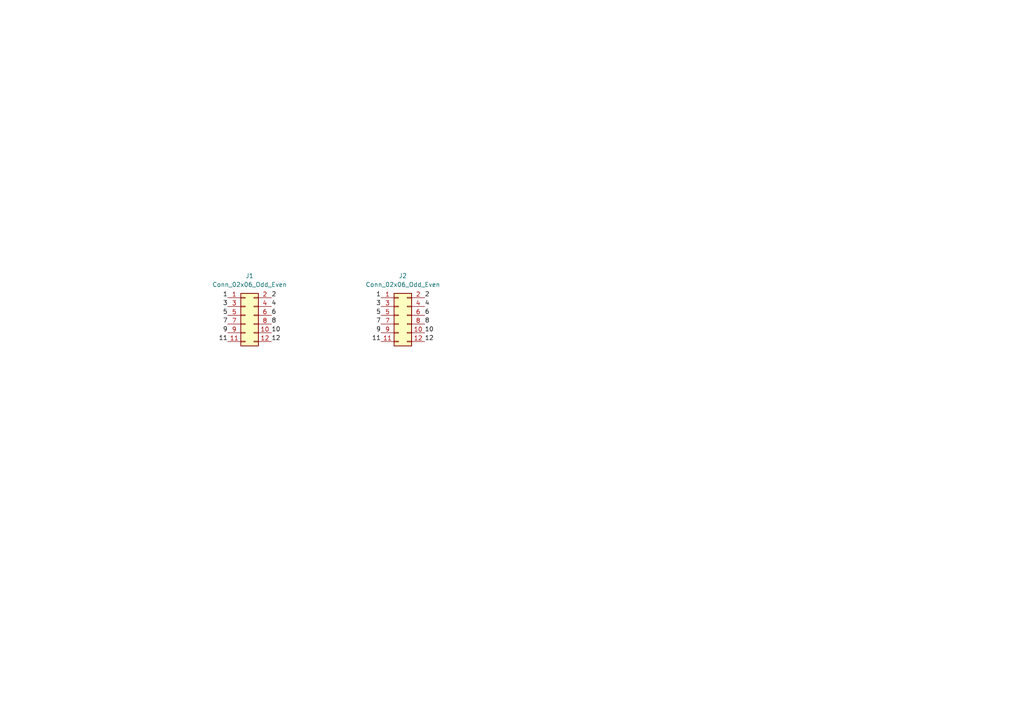
<source format=kicad_sch>
(kicad_sch (version 20211123) (generator eeschema)
  (paper "A4")
  (lib_symbols
    (symbol "Connector_Generic:Conn_02x06_Odd_Even" (pin_names (offset 1.016) hide)
      (property "Reference" "J" (at 1.27 7.62 0))
      (property "Value" "Conn_02x06_Odd_Even" (at 1.27 -10.16 0))
      (symbol "Conn_02x06_Odd_Even_1_1"
        (rectangle (start -1.27 -7.493) (end 0 -7.747) (stroke (width 0.1524)))
        (rectangle (start -1.27 -4.953) (end 0 -5.207) (stroke (width 0.1524)))
        (rectangle (start -1.27 -2.413) (end 0 -2.667) (stroke (width 0.1524)))
        (rectangle (start -1.27 0.127) (end 0 -0.127) (stroke (width 0.1524)))
        (rectangle (start -1.27 2.667) (end 0 2.413) (stroke (width 0.1524)))
        (rectangle (start -1.27 5.207) (end 0 4.953) (stroke (width 0.1524)))
        (rectangle (start -1.27 6.35) (end 3.81 -8.89) (stroke (width 0.254)) (fill (type background)))
        (rectangle (start 3.81 -7.493) (end 2.54 -7.747) (stroke (width 0.1524)))
        (rectangle (start 3.81 -4.953) (end 2.54 -5.207) (stroke (width 0.1524)))
        (rectangle (start 3.81 -2.413) (end 2.54 -2.667) (stroke (width 0.1524)))
        (rectangle (start 3.81 0.127) (end 2.54 -0.127) (stroke (width 0.1524)))
        (rectangle (start 3.81 2.667) (end 2.54 2.413) (stroke (width 0.1524)))
        (rectangle (start 3.81 5.207) (end 2.54 4.953) (stroke (width 0.1524)))
        (pin passive line (at -5.08 5.08 0) (length 3.81) (name "Pin_1") (number "1"))
        (pin passive line (at 7.62 -5.08 180) (length 3.81) (name "Pin_10") (number "10"))
        (pin passive line (at -5.08 -7.62 0) (length 3.81) (name "Pin_11") (number "11"))
        (pin passive line (at 7.62 -7.62 180) (length 3.81) (name "Pin_12") (number "12"))
        (pin passive line (at 7.62 5.08 180) (length 3.81) (name "Pin_2") (number "2"))
        (pin passive line (at -5.08 2.54 0) (length 3.81) (name "Pin_3") (number "3"))
        (pin passive line (at 7.62 2.54 180) (length 3.81) (name "Pin_4") (number "4"))
        (pin passive line (at -5.08 0 0) (length 3.81) (name "Pin_5") (number "5"))
        (pin passive line (at 7.62 0 180) (length 3.81) (name "Pin_6") (number "6"))
        (pin passive line (at -5.08 -2.54 0) (length 3.81) (name "Pin_7") (number "7"))
        (pin passive line (at 7.62 -2.54 180) (length 3.81) (name "Pin_8") (number "8"))
        (pin passive line (at -5.08 -5.08 0) (length 3.81) (name "Pin_9") (number "9"))
      )
    )
  )
  (label "1" (at 66.04 86.36 180))
  (label "8" (at 123.19 93.98 0))
  (label "12" (at 123.19 99.06 0))
  (label "7" (at 110.49 93.98 180))
  (label "11" (at 66.04 99.06 180))
  (label "2" (at 123.19 86.36 0))
  (label "9" (at 110.49 96.52 180))
  (label "11" (at 110.49 99.06 180))
  (label "4" (at 123.19 88.9 0))
  (label "8" (at 78.74 93.98 0))
  (label "6" (at 123.19 91.44 0))
  (label "1" (at 110.49 86.36 180))
  (label "5" (at 66.04 91.44 180))
  (label "12" (at 78.74 99.06 0))
  (label "10" (at 78.74 96.52 0))
  (label "4" (at 78.74 88.9 0))
  (label "7" (at 66.04 93.98 180))
  (label "3" (at 110.49 88.9 180))
  (label "2" (at 78.74 86.36 0))
  (label "6" (at 78.74 91.44 0))
  (label "5" (at 110.49 91.44 180))
  (label "10" (at 123.19 96.52 0))
  (label "3" (at 66.04 88.9 180))
  (label "9" (at 66.04 96.52 180))
  (symbol (lib_id "Connector_Generic:Conn_02x06_Odd_Even") (at 71.12 91.44 0) (unit 1)
    (property "Reference" "J1" (at 72.39 80.01 0))
    (property "Value" "Conn_02x06_Odd_Even" (at 72.39 82.55 0))
    (property "Footprint" "Connector_PinHeader_1.27mm:PinHeader_2x06_P1.27mm_Vertical" (effects hide))
  )
  (symbol (lib_id "Connector_Generic:Conn_02x06_Odd_Even") (at 115.57 91.44 0) (unit 1)
    (property "Reference" "J2" (at 116.84 80.01 0))
    (property "Value" "Conn_02x06_Odd_Even" (at 116.84 82.55 0))
    (property "Footprint" "Connector_PinHeader_2.54mm:PinHeader_2x06_P2.54mm_Vertical" (effects hide))
  )
)
</source>
